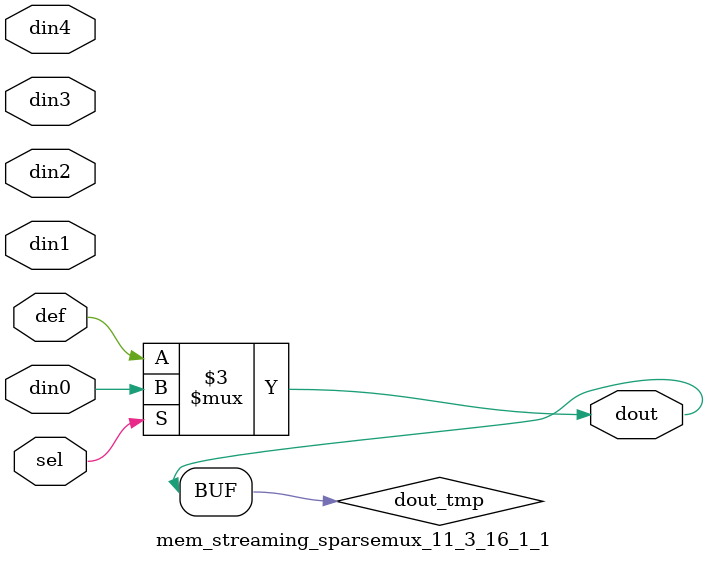
<source format=v>
`timescale 1ns / 1ps

module mem_streaming_sparsemux_11_3_16_1_1 (din0,din1,din2,din3,din4,def,sel,dout);

parameter din0_WIDTH = 1;

parameter din1_WIDTH = 1;

parameter din2_WIDTH = 1;

parameter din3_WIDTH = 1;

parameter din4_WIDTH = 1;

parameter def_WIDTH = 1;
parameter sel_WIDTH = 1;
parameter dout_WIDTH = 1;

parameter [sel_WIDTH-1:0] CASE0 = 1;

parameter [sel_WIDTH-1:0] CASE1 = 1;

parameter [sel_WIDTH-1:0] CASE2 = 1;

parameter [sel_WIDTH-1:0] CASE3 = 1;

parameter [sel_WIDTH-1:0] CASE4 = 1;

parameter ID = 1;
parameter NUM_STAGE = 1;



input [din0_WIDTH-1:0] din0;

input [din1_WIDTH-1:0] din1;

input [din2_WIDTH-1:0] din2;

input [din3_WIDTH-1:0] din3;

input [din4_WIDTH-1:0] din4;

input [def_WIDTH-1:0] def;
input [sel_WIDTH-1:0] sel;

output [dout_WIDTH-1:0] dout;



reg [dout_WIDTH-1:0] dout_tmp;

always @ (*) begin
case (sel)
    
    CASE0 : dout_tmp = din0;
    
    CASE1 : dout_tmp = din1;
    
    CASE2 : dout_tmp = din2;
    
    CASE3 : dout_tmp = din3;
    
    CASE4 : dout_tmp = din4;
    
    default : dout_tmp = def;
endcase
end


assign dout = dout_tmp;



endmodule

</source>
